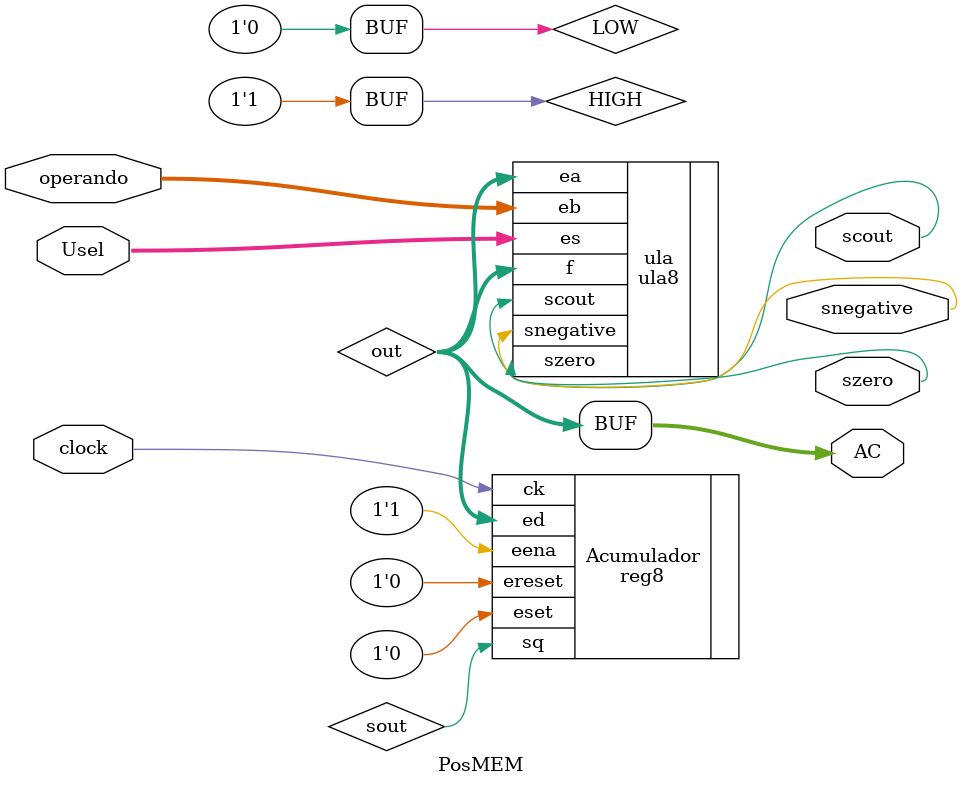
<source format=v>
module PosMEM(input [7:0]operando, input [1:0]Usel, input clock, output scout, output szero, output snegative, output [7:0]AC);
	wire LOW, HIGH, nszero;
	not(nszero, szero);
	and(LOW, nszero, szero);
	not(HIGH, LOW);
	
	wire [7:0]out;
	reg8 Acumulador(.ed(out), .ck(clock), .eset(LOW), .ereset(LOW), .eena(HIGH), .sq(sout));
	ula8 ula(.ea(out), .eb(operando), .es(Usel), .scout(scout), .szero(szero), .snegative(snegative), .f(out)); 
	
	buf(AC[0],out[0]);
	buf(AC[1],out[1]);
	buf(AC[2],out[2]);
	buf(AC[3],out[3]);
	buf(AC[4],out[4]);
	buf(AC[5],out[5]);
	buf(AC[6],out[6]);
	buf(AC[7],out[7]);
	
endmodule
</source>
